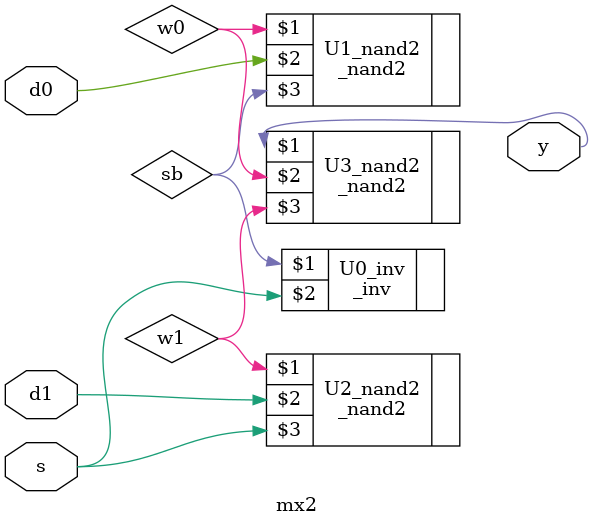
<source format=v>
module mx2(y, d0, d1, s);		//2-to-1 mux
	input d0, d1, s;
	output y;
	
	wire sb, w0, w1;
	
	_inv U0_inv(sb, s);
	_nand2 U1_nand2(w0, d0, sb);
	_nand2 U2_nand2(w1, d1, s);
	_nand2 U3_nand2(y, w0, w1);
endmodule

</source>
